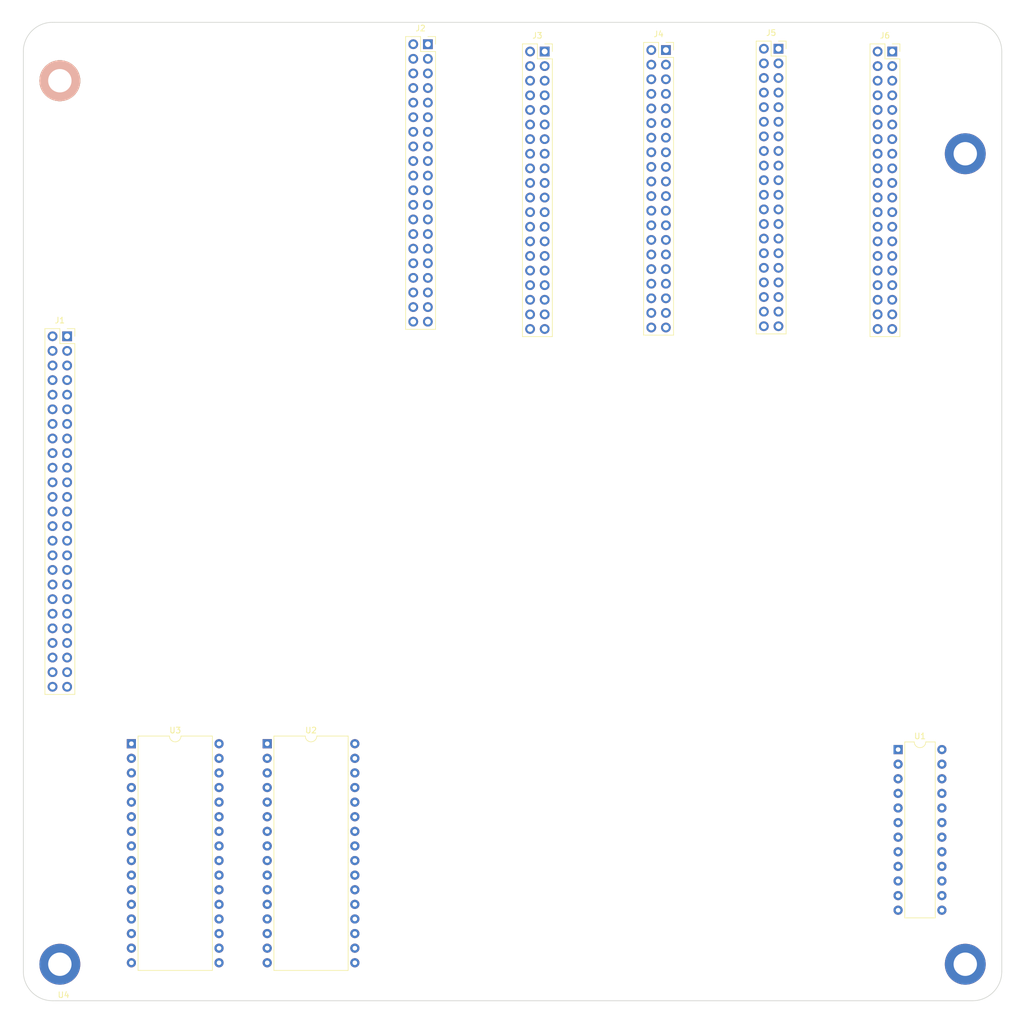
<source format=kicad_pcb>
(kicad_pcb (version 20240108) (generator "pcbnew") (generator_version "8.0")
  (layers (0 "F.Cu" signal) (31 "B.Cu" signal) (34 "B.Paste" user) (35 "F.Paste" user) (36 "B.SilkS" user "B.Silkscreen") (37 "F.SilkS" user "F.Silkscreen") (38 "B.Mask" user) (39 "F.Mask" user) (44 "Edge.Cuts" user))
  (net 0 "")
  (net 1 "/A5")
  (net 2 "/~{RAMX_EN}")
  (net 3 "/D3")
  (net 4 "/AM14")
  (net 5 "/A11")
  (net 6 "/E")
  (net 7 "/A0")
  (net 8 "/A4")
  (net 9 "GND")
  (net 10 "/A15")
  (net 11 "/AM17")
  (net 12 "/AM18")
  (net 13 "/R{slash}~{W}")
  (net 14 "/AM20")
  (net 15 "/BAVAIL")
  (net 16 "VCC")
  (net 17 "/D0")
  (net 18 "/A7")
  (net 19 "/A14")
  (net 21 "/~{EX_IRQ}")
  (net 22 "/AM15")
  (net 23 "/~{WR}")
  (net 24 "/D2")
  (net 25 "/A12")
  (net 26 "/D1")
  (net 27 "/AM19")
  (net 28 "/~{RST}")
  (net 29 "/~{EXP_EN}")
  (net 30 "/A6")
  (net 31 "/D5")
  (net 32 "/~{MAP_EN}")
  (net 33 "/A13")
  (net 34 "/AM21")
  (net 35 "/D7")
  (net 36 "/A10")
  (net 37 "/D6")
  (net 38 "/A2")
  (net 39 "/AM16")
  (net 40 "/D4")
  (net 41 "/~{RD}")
  (net 42 "/~{BREQ}")
  (net 43 "/A3")
  (net 44 "/A8")
  (net 45 "/A9")
  (net 46 "/A1")
  (footprint "kicad-lib:mITX" (layer "F.Cu") (at 26.67 191.77)
    (property "Reference" "U4" (at 7 -1 0) (layer "F.SilkS"))
    (property "Value" "~")
    (fp_line (start 0 -165.1) (end 0 -5.08) (stroke (width 0.12)) (layer "Edge.Cuts"))
    (fp_line (start 5.08 0) (end 165.1 0) (stroke (width 0.12)) (layer "Edge.Cuts"))
    (fp_line (start 165.1 -170.18) (end 5.08 -170.18) (stroke (width 0.12)) (layer "Edge.Cuts"))
    (fp_line (start 170.18 -5.08) (end 170.18 -165.1) (stroke (width 0.12)) (layer "Edge.Cuts"))
    (fp_arc (start 0 -165.1) (mid 1.487898 -168.692102) (end 5.08 -170.18) (stroke (width 0.12)) (layer "Edge.Cuts"))
    (fp_arc (start 5.08 0) (mid 1.487898 -1.487898) (end 0 -5.08) (stroke (width 0.12)) (layer "Edge.Cuts"))
    (fp_arc (start 165.1 -170.18) (mid 168.692102 -168.692102) (end 170.18 -165.1) (stroke (width 0.12)) (layer "Edge.Cuts"))
    (fp_arc (start 170.18 -5.08) (mid 168.692102 -1.487898) (end 165.1 0) (stroke (width 0.12)) (layer "Edge.Cuts"))
    (pad "" np_thru_hole circle (at 6.35 -160.02) (size 7.112 7.112) (drill 4.064) (layers "F&B.Cu" "*.SilkS" "*.Mask"))
    (pad "" np_thru_hole circle (at 6.35 -6.35) (size 7.112 7.112) (drill 4.064) (layers "F&B.Cu" "*.Mask"))
    (pad "" np_thru_hole circle (at 163.83 -147.32) (size 7.112 7.112) (drill 4.064) (layers "F&B.Cu" "*.Mask"))
    (pad "" np_thru_hole circle (at 163.83 -6.35) (size 7.112 7.112) (drill 4.064) (layers "F&B.Cu" "*.Mask"))
  )
  (footprint "Connector_PinSocket_2.54mm:PinSocket_2x20_P2.54mm_Vertical" (layer "F.Cu") (at 138.43 26.416)
    (property "Reference" "J4" (at -1.27 -2.77 0) (layer "F.SilkS"))
    (property "Value" "Conn_02x20_Odd_Even")
    (fp_line (start -3.87 -1.33) (end -3.87 49.59) (stroke (width 0.12)) (layer "F.SilkS"))
    (fp_line (start -3.87 -1.33) (end -1.27 -1.33) (stroke (width 0.12)) (layer "F.SilkS"))
    (fp_line (start -3.87 49.59) (end 1.33 49.59) (stroke (width 0.12)) (layer "F.SilkS"))
    (fp_line (start -1.27 -1.33) (end -1.27 1.27) (stroke (width 0.12)) (layer "F.SilkS"))
    (fp_line (start -1.27 1.27) (end 1.33 1.27) (stroke (width 0.12)) (layer "F.SilkS"))
    (fp_line (start 0 -1.33) (end 1.33 -1.33) (stroke (width 0.12)) (layer "F.SilkS"))
    (fp_line (start 1.33 -1.33) (end 1.33 0) (stroke (width 0.12)) (layer "F.SilkS"))
    (fp_line (start 1.33 1.27) (end 1.33 49.59) (stroke (width 0.12)) (layer "F.SilkS"))
    (pad "1" thru_hole rect (at 0 0) (size 1.7 1.7) (drill 1) (layers "*.Cu" "*.Mask"))
    (pad "2" thru_hole oval (at -2.54 0) (size 1.7 1.7) (drill 1) (layers "*.Cu" "*.Mask"))
    (pad "3" thru_hole oval (at 0 2.54) (size 1.7 1.7) (drill 1) (layers "*.Cu" "*.Mask"))
    (pad "4" thru_hole oval (at -2.54 2.54) (size 1.7 1.7) (drill 1) (layers "*.Cu" "*.Mask"))
    (pad "5" thru_hole oval (at 0 5.08) (size 1.7 1.7) (drill 1) (layers "*.Cu" "*.Mask"))
    (pad "6" thru_hole oval (at -2.54 5.08) (size 1.7 1.7) (drill 1) (layers "*.Cu" "*.Mask"))
    (pad "7" thru_hole oval (at 0 7.62) (size 1.7 1.7) (drill 1) (layers "*.Cu" "*.Mask"))
    (pad "8" thru_hole oval (at -2.54 7.62) (size 1.7 1.7) (drill 1) (layers "*.Cu" "*.Mask"))
    (pad "9" thru_hole oval (at 0 10.16) (size 1.7 1.7) (drill 1) (layers "*.Cu" "*.Mask"))
    (pad "10" thru_hole oval (at -2.54 10.16) (size 1.7 1.7) (drill 1) (layers "*.Cu" "*.Mask"))
    (pad "11" thru_hole oval (at 0 12.7) (size 1.7 1.7) (drill 1) (layers "*.Cu" "*.Mask"))
    (pad "12" thru_hole oval (at -2.54 12.7) (size 1.7 1.7) (drill 1) (layers "*.Cu" "*.Mask"))
    (pad "13" thru_hole oval (at 0 15.24) (size 1.7 1.7) (drill 1) (layers "*.Cu" "*.Mask"))
    (pad "14" thru_hole oval (at -2.54 15.24) (size 1.7 1.7) (drill 1) (layers "*.Cu" "*.Mask"))
    (pad "15" thru_hole oval (at 0 17.78) (size 1.7 1.7) (drill 1) (layers "*.Cu" "*.Mask"))
    (pad "16" thru_hole oval (at -2.54 17.78) (size 1.7 1.7) (drill 1) (layers "*.Cu" "*.Mask"))
    (pad "17" thru_hole oval (at 0 20.32) (size 1.7 1.7) (drill 1) (layers "*.Cu" "*.Mask"))
    (pad "18" thru_hole oval (at -2.54 20.32) (size 1.7 1.7) (drill 1) (layers "*.Cu" "*.Mask"))
    (pad "19" thru_hole oval (at 0 22.86) (size 1.7 1.7) (drill 1) (layers "*.Cu" "*.Mask"))
    (pad "20" thru_hole oval (at -2.54 22.86) (size 1.7 1.7) (drill 1) (layers "*.Cu" "*.Mask"))
    (pad "21" thru_hole oval (at 0 25.4) (size 1.7 1.7) (drill 1) (layers "*.Cu" "*.Mask"))
    (pad "22" thru_hole oval (at -2.54 25.4) (size 1.7 1.7) (drill 1) (layers "*.Cu" "*.Mask"))
    (pad "23" thru_hole oval (at 0 27.94) (size 1.7 1.7) (drill 1) (layers "*.Cu" "*.Mask"))
    (pad "24" thru_hole oval (at -2.54 27.94) (size 1.7 1.7) (drill 1) (layers "*.Cu" "*.Mask"))
    (pad "25" thru_hole oval (at 0 30.48) (size 1.7 1.7) (drill 1) (layers "*.Cu" "*.Mask"))
    (pad "26" thru_hole oval (at -2.54 30.48) (size 1.7 1.7) (drill 1) (layers "*.Cu" "*.Mask"))
    (pad "27" thru_hole oval (at 0 33.02) (size 1.7 1.7) (drill 1) (layers "*.Cu" "*.Mask"))
    (pad "28" thru_hole oval (at -2.54 33.02) (size 1.7 1.7) (drill 1) (layers "*.Cu" "*.Mask"))
    (pad "29" thru_hole oval (at 0 35.56) (size 1.7 1.7) (drill 1) (layers "*.Cu" "*.Mask"))
    (pad "30" thru_hole oval (at -2.54 35.56) (size 1.7 1.7) (drill 1) (layers "*.Cu" "*.Mask"))
    (pad "31" thru_hole oval (at 0 38.1) (size 1.7 1.7) (drill 1) (layers "*.Cu" "*.Mask"))
    (pad "32" thru_hole oval (at -2.54 38.1) (size 1.7 1.7) (drill 1) (layers "*.Cu" "*.Mask"))
    (pad "33" thru_hole oval (at 0 40.64) (size 1.7 1.7) (drill 1) (layers "*.Cu" "*.Mask"))
    (pad "34" thru_hole oval (at -2.54 40.64) (size 1.7 1.7) (drill 1) (layers "*.Cu" "*.Mask"))
    (pad "35" thru_hole oval (at 0 43.18) (size 1.7 1.7) (drill 1) (layers "*.Cu" "*.Mask"))
    (pad "36" thru_hole oval (at -2.54 43.18) (size 1.7 1.7) (drill 1) (layers "*.Cu" "*.Mask"))
    (pad "37" thru_hole oval (at 0 45.72) (size 1.7 1.7) (drill 1) (layers "*.Cu" "*.Mask"))
    (pad "38" thru_hole oval (at -2.54 45.72) (size 1.7 1.7) (drill 1) (layers "*.Cu" "*.Mask"))
    (pad "39" thru_hole oval (at 0 48.26) (size 1.7 1.7) (drill 1) (layers "*.Cu" "*.Mask"))
    (pad "40" thru_hole oval (at -2.54 48.26) (size 1.7 1.7) (drill 1) (layers "*.Cu" "*.Mask"))
  )
  (footprint "Package_DIP:DIP-24_W7.62mm" (layer "F.Cu") (at 178.816 148.082)
    (property "Reference" "U1" (at 3.81 -2.33 360) (layer "F.SilkS"))
    (property "Value" "~")
    (fp_line (start 1.16 -1.33) (end 1.16 29.27) (stroke (width 0.12)) (layer "F.SilkS"))
    (fp_line (start 1.16 29.27) (end 6.46 29.27) (stroke (width 0.12)) (layer "F.SilkS"))
    (fp_line (start 2.81 -1.33) (end 1.16 -1.33) (stroke (width 0.12)) (layer "F.SilkS"))
    (fp_line (start 6.46 -1.33) (end 4.81 -1.33) (stroke (width 0.12)) (layer "F.SilkS"))
    (fp_line (start 6.46 29.27) (end 6.46 -1.33) (stroke (width 0.12)) (layer "F.SilkS"))
    (fp_arc (start 4.81 -1.33) (mid 3.81 -0.33) (end 2.81 -1.33) (stroke (width 0.12)) (layer "F.SilkS"))
    (pad "1" thru_hole rect (at 0 0) (size 1.6 1.6) (drill 0.8) (layers "*.Cu" "*.Mask"))
    (pad "2" thru_hole oval (at 0 2.54) (size 1.6 1.6) (drill 0.8) (layers "*.Cu" "*.Mask"))
    (pad "3" thru_hole oval (at 0 5.08) (size 1.6 1.6) (drill 0.8) (layers "*.Cu" "*.Mask"))
    (pad "4" thru_hole oval (at 0 7.62) (size 1.6 1.6) (drill 0.8) (layers "*.Cu" "*.Mask"))
    (pad "5" thru_hole oval (at 0 10.16) (size 1.6 1.6) (drill 0.8) (layers "*.Cu" "*.Mask"))
    (pad "6" thru_hole oval (at 0 12.7) (size 1.6 1.6) (drill 0.8) (layers "*.Cu" "*.Mask"))
    (pad "7" thru_hole oval (at 0 15.24) (size 1.6 1.6) (drill 0.8) (layers "*.Cu" "*.Mask"))
    (pad "8" thru_hole oval (at 0 17.78) (size 1.6 1.6) (drill 0.8) (layers "*.Cu" "*.Mask"))
    (pad "9" thru_hole oval (at 0 20.32) (size 1.6 1.6) (drill 0.8) (layers "*.Cu" "*.Mask"))
    (pad "10" thru_hole oval (at 0 22.86) (size 1.6 1.6) (drill 0.8) (layers "*.Cu" "*.Mask"))
    (pad "11" thru_hole oval (at 0 25.4) (size 1.6 1.6) (drill 0.8) (layers "*.Cu" "*.Mask"))
    (pad "12" thru_hole oval (at 0 27.94) (size 1.6 1.6) (drill 0.8) (layers "*.Cu" "*.Mask"))
    (pad "13" thru_hole oval (at 7.62 27.94) (size 1.6 1.6) (drill 0.8) (layers "*.Cu" "*.Mask"))
    (pad "14" thru_hole oval (at 7.62 25.4) (size 1.6 1.6) (drill 0.8) (layers "*.Cu" "*.Mask"))
    (pad "15" thru_hole oval (at 7.62 22.86) (size 1.6 1.6) (drill 0.8) (layers "*.Cu" "*.Mask"))
    (pad "16" thru_hole oval (at 7.62 20.32) (size 1.6 1.6) (drill 0.8) (layers "*.Cu" "*.Mask"))
    (pad "17" thru_hole oval (at 7.62 17.78) (size 1.6 1.6) (drill 0.8) (layers "*.Cu" "*.Mask"))
    (pad "18" thru_hole oval (at 7.62 15.24) (size 1.6 1.6) (drill 0.8) (layers "*.Cu" "*.Mask"))
    (pad "19" thru_hole oval (at 7.62 12.7) (size 1.6 1.6) (drill 0.8) (layers "*.Cu" "*.Mask"))
    (pad "20" thru_hole oval (at 7.62 10.16) (size 1.6 1.6) (drill 0.8) (layers "*.Cu" "*.Mask"))
    (pad "21" thru_hole oval (at 7.62 7.62) (size 1.6 1.6) (drill 0.8) (layers "*.Cu" "*.Mask"))
    (pad "22" thru_hole oval (at 7.62 5.08) (size 1.6 1.6) (drill 0.8) (layers "*.Cu" "*.Mask"))
    (pad "23" thru_hole oval (at 7.62 2.54) (size 1.6 1.6) (drill 0.8) (layers "*.Cu" "*.Mask"))
    (pad "24" thru_hole oval (at 7.62 0) (size 1.6 1.6) (drill 0.8) (layers "*.Cu" "*.Mask"))
  )
  (footprint "Connector_PinSocket_2.54mm:PinSocket_2x20_P2.54mm_Vertical" (layer "F.Cu") (at 97.028 25.4)
    (property "Reference" "J2" (at -1.27 -2.77 0) (layer "F.SilkS"))
    (property "Value" "Conn_02x20_Odd_Even")
    (fp_line (start -3.87 -1.33) (end -3.87 49.59) (stroke (width 0.12)) (layer "F.SilkS"))
    (fp_line (start -3.87 -1.33) (end -1.27 -1.33) (stroke (width 0.12)) (layer "F.SilkS"))
    (fp_line (start -3.87 49.59) (end 1.33 49.59) (stroke (width 0.12)) (layer "F.SilkS"))
    (fp_line (start -1.27 -1.33) (end -1.27 1.27) (stroke (width 0.12)) (layer "F.SilkS"))
    (fp_line (start -1.27 1.27) (end 1.33 1.27) (stroke (width 0.12)) (layer "F.SilkS"))
    (fp_line (start 0 -1.33) (end 1.33 -1.33) (stroke (width 0.12)) (layer "F.SilkS"))
    (fp_line (start 1.33 -1.33) (end 1.33 0) (stroke (width 0.12)) (layer "F.SilkS"))
    (fp_line (start 1.33 1.27) (end 1.33 49.59) (stroke (width 0.12)) (layer "F.SilkS"))
    (pad "1" thru_hole rect (at 0 0) (size 1.7 1.7) (drill 1) (layers "*.Cu" "*.Mask"))
    (pad "2" thru_hole oval (at -2.54 0) (size 1.7 1.7) (drill 1) (layers "*.Cu" "*.Mask"))
    (pad "3" thru_hole oval (at 0 2.54) (size 1.7 1.7) (drill 1) (layers "*.Cu" "*.Mask"))
    (pad "4" thru_hole oval (at -2.54 2.54) (size 1.7 1.7) (drill 1) (layers "*.Cu" "*.Mask"))
    (pad "5" thru_hole oval (at 0 5.08) (size 1.7 1.7) (drill 1) (layers "*.Cu" "*.Mask"))
    (pad "6" thru_hole oval (at -2.54 5.08) (size 1.7 1.7) (drill 1) (layers "*.Cu" "*.Mask"))
    (pad "7" thru_hole oval (at 0 7.62) (size 1.7 1.7) (drill 1) (layers "*.Cu" "*.Mask"))
    (pad "8" thru_hole oval (at -2.54 7.62) (size 1.7 1.7) (drill 1) (layers "*.Cu" "*.Mask"))
    (pad "9" thru_hole oval (at 0 10.16) (size 1.7 1.7) (drill 1) (layers "*.Cu" "*.Mask"))
    (pad "10" thru_hole oval (at -2.54 10.16) (size 1.7 1.7) (drill 1) (layers "*.Cu" "*.Mask"))
    (pad "11" thru_hole oval (at 0 12.7) (size 1.7 1.7) (drill 1) (layers "*.Cu" "*.Mask"))
    (pad "12" thru_hole oval (at -2.54 12.7) (size 1.7 1.7) (drill 1) (layers "*.Cu" "*.Mask"))
    (pad "13" thru_hole oval (at 0 15.24) (size 1.7 1.7) (drill 1) (layers "*.Cu" "*.Mask"))
    (pad "14" thru_hole oval (at -2.54 15.24) (size 1.7 1.7) (drill 1) (layers "*.Cu" "*.Mask"))
    (pad "15" thru_hole oval (at 0 17.78) (size 1.7 1.7) (drill 1) (layers "*.Cu" "*.Mask"))
    (pad "16" thru_hole oval (at -2.54 17.78) (size 1.7 1.7) (drill 1) (layers "*.Cu" "*.Mask"))
    (pad "17" thru_hole oval (at 0 20.32) (size 1.7 1.7) (drill 1) (layers "*.Cu" "*.Mask"))
    (pad "18" thru_hole oval (at -2.54 20.32) (size 1.7 1.7) (drill 1) (layers "*.Cu" "*.Mask"))
    (pad "19" thru_hole oval (at 0 22.86) (size 1.7 1.7) (drill 1) (layers "*.Cu" "*.Mask"))
    (pad "20" thru_hole oval (at -2.54 22.86) (size 1.7 1.7) (drill 1) (layers "*.Cu" "*.Mask"))
    (pad "21" thru_hole oval (at 0 25.4) (size 1.7 1.7) (drill 1) (layers "*.Cu" "*.Mask"))
    (pad "22" thru_hole oval (at -2.54 25.4) (size 1.7 1.7) (drill 1) (layers "*.Cu" "*.Mask"))
    (pad "23" thru_hole oval (at 0 27.94) (size 1.7 1.7) (drill 1) (layers "*.Cu" "*.Mask"))
    (pad "24" thru_hole oval (at -2.54 27.94) (size 1.7 1.7) (drill 1) (layers "*.Cu" "*.Mask"))
    (pad "25" thru_hole oval (at 0 30.48) (size 1.7 1.7) (drill 1) (layers "*.Cu" "*.Mask"))
    (pad "26" thru_hole oval (at -2.54 30.48) (size 1.7 1.7) (drill 1) (layers "*.Cu" "*.Mask"))
    (pad "27" thru_hole oval (at 0 33.02) (size 1.7 1.7) (drill 1) (layers "*.Cu" "*.Mask"))
    (pad "28" thru_hole oval (at -2.54 33.02) (size 1.7 1.7) (drill 1) (layers "*.Cu" "*.Mask"))
    (pad "29" thru_hole oval (at 0 35.56) (size 1.7 1.7) (drill 1) (layers "*.Cu" "*.Mask"))
    (pad "30" thru_hole oval (at -2.54 35.56) (size 1.7 1.7) (drill 1) (layers "*.Cu" "*.Mask"))
    (pad "31" thru_hole oval (at 0 38.1) (size 1.7 1.7) (drill 1) (layers "*.Cu" "*.Mask"))
    (pad "32" thru_hole oval (at -2.54 38.1) (size 1.7 1.7) (drill 1) (layers "*.Cu" "*.Mask"))
    (pad "33" thru_hole oval (at 0 40.64) (size 1.7 1.7) (drill 1) (layers "*.Cu" "*.Mask"))
    (pad "34" thru_hole oval (at -2.54 40.64) (size 1.7 1.7) (drill 1) (layers "*.Cu" "*.Mask"))
    (pad "35" thru_hole oval (at 0 43.18) (size 1.7 1.7) (drill 1) (layers "*.Cu" "*.Mask"))
    (pad "36" thru_hole oval (at -2.54 43.18) (size 1.7 1.7) (drill 1) (layers "*.Cu" "*.Mask"))
    (pad "37" thru_hole oval (at 0 45.72) (size 1.7 1.7) (drill 1) (layers "*.Cu" "*.Mask"))
    (pad "38" thru_hole oval (at -2.54 45.72) (size 1.7 1.7) (drill 1) (layers "*.Cu" "*.Mask"))
    (pad "39" thru_hole oval (at 0 48.26) (size 1.7 1.7) (drill 1) (layers "*.Cu" "*.Mask"))
    (pad "40" thru_hole oval (at -2.54 48.26) (size 1.7 1.7) (drill 1) (layers "*.Cu" "*.Mask"))
  )
  (footprint "Package_DIP:DIP-32_W15.24mm" (layer "F.Cu") (at 45.466 147.066)
    (property "Reference" "U3" (at 7.62 -2.33 360) (layer "F.SilkS"))
    (property "Value" "AS6C4008-55PCN")
    (fp_line (start 1.16 -1.33) (end 1.16 39.43) (stroke (width 0.12)) (layer "F.SilkS"))
    (fp_line (start 1.16 39.43) (end 14.08 39.43) (stroke (width 0.12)) (layer "F.SilkS"))
    (fp_line (start 6.62 -1.33) (end 1.16 -1.33) (stroke (width 0.12)) (layer "F.SilkS"))
    (fp_line (start 14.08 -1.33) (end 8.62 -1.33) (stroke (width 0.12)) (layer "F.SilkS"))
    (fp_line (start 14.08 39.43) (end 14.08 -1.33) (stroke (width 0.12)) (layer "F.SilkS"))
    (fp_arc (start 8.62 -1.33) (mid 7.62 -0.33) (end 6.62 -1.33) (stroke (width 0.12)) (layer "F.SilkS"))
    (pad "1" thru_hole rect (at 0 0) (size 1.6 1.6) (drill 0.8) (layers "*.Cu" "*.Mask"))
    (pad "2" thru_hole oval (at 0 2.54) (size 1.6 1.6) (drill 0.8) (layers "*.Cu" "*.Mask"))
    (pad "3" thru_hole oval (at 0 5.08) (size 1.6 1.6) (drill 0.8) (layers "*.Cu" "*.Mask"))
    (pad "4" thru_hole oval (at 0 7.62) (size 1.6 1.6) (drill 0.8) (layers "*.Cu" "*.Mask"))
    (pad "5" thru_hole oval (at 0 10.16) (size 1.6 1.6) (drill 0.8) (layers "*.Cu" "*.Mask"))
    (pad "6" thru_hole oval (at 0 12.7) (size 1.6 1.6) (drill 0.8) (layers "*.Cu" "*.Mask"))
    (pad "7" thru_hole oval (at 0 15.24) (size 1.6 1.6) (drill 0.8) (layers "*.Cu" "*.Mask"))
    (pad "8" thru_hole oval (at 0 17.78) (size 1.6 1.6) (drill 0.8) (layers "*.Cu" "*.Mask"))
    (pad "9" thru_hole oval (at 0 20.32) (size 1.6 1.6) (drill 0.8) (layers "*.Cu" "*.Mask"))
    (pad "10" thru_hole oval (at 0 22.86) (size 1.6 1.6) (drill 0.8) (layers "*.Cu" "*.Mask"))
    (pad "11" thru_hole oval (at 0 25.4) (size 1.6 1.6) (drill 0.8) (layers "*.Cu" "*.Mask"))
    (pad "12" thru_hole oval (at 0 27.94) (size 1.6 1.6) (drill 0.8) (layers "*.Cu" "*.Mask"))
    (pad "13" thru_hole oval (at 0 30.48) (size 1.6 1.6) (drill 0.8) (layers "*.Cu" "*.Mask"))
    (pad "14" thru_hole oval (at 0 33.02) (size 1.6 1.6) (drill 0.8) (layers "*.Cu" "*.Mask"))
    (pad "15" thru_hole oval (at 0 35.56) (size 1.6 1.6) (drill 0.8) (layers "*.Cu" "*.Mask"))
    (pad "16" thru_hole oval (at 0 38.1) (size 1.6 1.6) (drill 0.8) (layers "*.Cu" "*.Mask"))
    (pad "17" thru_hole oval (at 15.24 38.1) (size 1.6 1.6) (drill 0.8) (layers "*.Cu" "*.Mask"))
    (pad "18" thru_hole oval (at 15.24 35.56) (size 1.6 1.6) (drill 0.8) (layers "*.Cu" "*.Mask"))
    (pad "19" thru_hole oval (at 15.24 33.02) (size 1.6 1.6) (drill 0.8) (layers "*.Cu" "*.Mask"))
    (pad "20" thru_hole oval (at 15.24 30.48) (size 1.6 1.6) (drill 0.8) (layers "*.Cu" "*.Mask"))
    (pad "21" thru_hole oval (at 15.24 27.94) (size 1.6 1.6) (drill 0.8) (layers "*.Cu" "*.Mask"))
    (pad "22" thru_hole oval (at 15.24 25.4) (size 1.6 1.6) (drill 0.8) (layers "*.Cu" "*.Mask"))
    (pad "23" thru_hole oval (at 15.24 22.86) (size 1.6 1.6) (drill 0.8) (layers "*.Cu" "*.Mask"))
    (pad "24" thru_hole oval (at 15.24 20.32) (size 1.6 1.6) (drill 0.8) (layers "*.Cu" "*.Mask"))
    (pad "25" thru_hole oval (at 15.24 17.78) (size 1.6 1.6) (drill 0.8) (layers "*.Cu" "*.Mask"))
    (pad "26" thru_hole oval (at 15.24 15.24) (size 1.6 1.6) (drill 0.8) (layers "*.Cu" "*.Mask"))
    (pad "27" thru_hole oval (at 15.24 12.7) (size 1.6 1.6) (drill 0.8) (layers "*.Cu" "*.Mask"))
    (pad "28" thru_hole oval (at 15.24 10.16) (size 1.6 1.6) (drill 0.8) (layers "*.Cu" "*.Mask"))
    (pad "29" thru_hole oval (at 15.24 7.62) (size 1.6 1.6) (drill 0.8) (layers "*.Cu" "*.Mask"))
    (pad "30" thru_hole oval (at 15.24 5.08) (size 1.6 1.6) (drill 0.8) (layers "*.Cu" "*.Mask"))
    (pad "31" thru_hole oval (at 15.24 2.54) (size 1.6 1.6) (drill 0.8) (layers "*.Cu" "*.Mask"))
    (pad "32" thru_hole oval (at 15.24 0) (size 1.6 1.6) (drill 0.8) (layers "*.Cu" "*.Mask"))
  )
  (footprint "Connector_PinSocket_2.54mm:PinSocket_2x25_P2.54mm_Vertical" (layer "F.Cu") (at 34.29 76.2)
    (property "Reference" "J1" (at -1.27 -2.77 0) (layer "F.SilkS"))
    (property "Value" "ExpansionPort")
    (fp_line (start -3.87 -1.33) (end -3.87 62.29) (stroke (width 0.12)) (layer "F.SilkS"))
    (fp_line (start -3.87 -1.33) (end -1.27 -1.33) (stroke (width 0.12)) (layer "F.SilkS"))
    (fp_line (start -3.87 62.29) (end 1.33 62.29) (stroke (width 0.12)) (layer "F.SilkS"))
    (fp_line (start -1.27 -1.33) (end -1.27 1.27) (stroke (width 0.12)) (layer "F.SilkS"))
    (fp_line (start -1.27 1.27) (end 1.33 1.27) (stroke (width 0.12)) (layer "F.SilkS"))
    (fp_line (start 0 -1.33) (end 1.33 -1.33) (stroke (width 0.12)) (layer "F.SilkS"))
    (fp_line (start 1.33 -1.33) (end 1.33 0) (stroke (width 0.12)) (layer "F.SilkS"))
    (fp_line (start 1.33 1.27) (end 1.33 62.29) (stroke (width 0.12)) (layer "F.SilkS"))
    (pad "1" thru_hole rect (at 0 0) (size 1.7 1.7) (drill 1) (layers "*.Cu" "*.Mask") (net 16 "VCC"))
    (pad "2" thru_hole oval (at -2.54 0) (size 1.7 1.7) (drill 1) (layers "*.Cu" "*.Mask") (net 28 "/~{RST}"))
    (pad "3" thru_hole oval (at 0 2.54) (size 1.7 1.7) (drill 1) (layers "*.Cu" "*.Mask") (net 42 "/~{BREQ}"))
    (pad "4" thru_hole oval (at -2.54 2.54) (size 1.7 1.7) (drill 1) (layers "*.Cu" "*.Mask") (net 21 "/~{EX_IRQ}"))
    (pad "5" thru_hole oval (at 0 5.08) (size 1.7 1.7) (drill 1) (layers "*.Cu" "*.Mask") (net 6 "/E"))
    (pad "6" thru_hole oval (at -2.54 5.08) (size 1.7 1.7) (drill 1) (layers "*.Cu" "*.Mask") (net 13 "/R{slash}~{W}"))
    (pad "7" thru_hole oval (at 0 7.62) (size 1.7 1.7) (drill 1) (layers "*.Cu" "*.Mask") (net 15 "/BAVAIL"))
    (pad "8" thru_hole oval (at -2.54 7.62) (size 1.7 1.7) (drill 1) (layers "*.Cu" "*.Mask") (net 14 "/AM20"))
    (pad "9" thru_hole oval (at 0 10.16) (size 1.7 1.7) (drill 1) (layers "*.Cu" "*.Mask") (net 27 "/AM19"))
    (pad "10" thru_hole oval (at -2.54 10.16) (size 1.7 1.7) (drill 1) (layers "*.Cu" "*.Mask") (net 12 "/AM18"))
    (pad "11" thru_hole oval (at 0 12.7) (size 1.7 1.7) (drill 1) (layers "*.Cu" "*.Mask") (net 22 "/AM15"))
    (pad "12" thru_hole oval (at -2.54 12.7) (size 1.7 1.7) (drill 1) (layers "*.Cu" "*.Mask") (net 39 "/AM16"))
    (pad "13" thru_hole oval (at 0 15.24) (size 1.7 1.7) (drill 1) (layers "*.Cu" "*.Mask") (net 11 "/AM17"))
    (pad "14" thru_hole oval (at -2.54 15.24) (size 1.7 1.7) (drill 1) (layers "*.Cu" "*.Mask") (net 4 "/AM14"))
    (pad "15" thru_hole oval (at 0 17.78) (size 1.7 1.7) (drill 1) (layers "*.Cu" "*.Mask") (net 23 "/~{WR}"))
    (pad "16" thru_hole oval (at -2.54 17.78) (size 1.7 1.7) (drill 1) (layers "*.Cu" "*.Mask") (net 25 "/A12"))
    (pad "17" thru_hole oval (at 0 20.32) (size 1.7 1.7) (drill 1) (layers "*.Cu" "*.Mask") (net 33 "/A13"))
    (pad "18" thru_hole oval (at -2.54 20.32) (size 1.7 1.7) (drill 1) (layers "*.Cu" "*.Mask") (net 18 "/A7"))
    (pad "19" thru_hole oval (at 0 22.86) (size 1.7 1.7) (drill 1) (layers "*.Cu" "*.Mask") (net 44 "/A8"))
    (pad "20" thru_hole oval (at -2.54 22.86) (size 1.7 1.7) (drill 1) (layers "*.Cu" "*.Mask") (net 30 "/A6"))
    (pad "21" thru_hole oval (at 0 25.4) (size 1.7 1.7) (drill 1) (layers "*.Cu" "*.Mask") (net 45 "/A9"))
    (pad "22" thru_hole oval (at -2.54 25.4) (size 1.7 1.7) (drill 1) (layers "*.Cu" "*.Mask") (net 1 "/A5"))
    (pad "23" thru_hole oval (at 0 27.94) (size 1.7 1.7) (drill 1) (layers "*.Cu" "*.Mask") (net 5 "/A11"))
    (pad "24" thru_hole oval (at -2.54 27.94) (size 1.7 1.7) (drill 1) (layers "*.Cu" "*.Mask") (net 8 "/A4"))
    (pad "25" thru_hole oval (at 0 30.48) (size 1.7 1.7) (drill 1) (layers "*.Cu" "*.Mask") (net 41 "/~{RD}"))
    (pad "26" thru_hole oval (at -2.54 30.48) (size 1.7 1.7) (drill 1) (layers "*.Cu" "*.Mask") (net 43 "/A3"))
    (pad "27" thru_hole oval (at 0 33.02) (size 1.7 1.7) (drill 1) (layers "*.Cu" "*.Mask") (net 36 "/A10"))
    (pad "28" thru_hole oval (at -2.54 33.02) (size 1.7 1.7) (drill 1) (layers "*.Cu" "*.Mask") (net 38 "/A2"))
    (pad "29" thru_hole oval (at 0 35.56) (size 1.7 1.7) (drill 1) (layers "*.Cu" "*.Mask") (net 2 "/~{RAMX_EN}"))
    (pad "30" thru_hole oval (at -2.54 35.56) (size 1.7 1.7) (drill 1) (layers "*.Cu" "*.Mask") (net 46 "/A1"))
    (pad "31" thru_hole oval (at 0 38.1) (size 1.7 1.7) (drill 1) (layers "*.Cu" "*.Mask") (net 35 "/D7"))
    (pad "32" thru_hole oval (at -2.54 38.1) (size 1.7 1.7) (drill 1) (layers "*.Cu" "*.Mask") (net 7 "/A0"))
    (pad "33" thru_hole oval (at 0 40.64) (size 1.7 1.7) (drill 1) (layers "*.Cu" "*.Mask") (net 37 "/D6"))
    (pad "34" thru_hole oval (at -2.54 40.64) (size 1.7 1.7) (drill 1) (layers "*.Cu" "*.Mask") (net 17 "/D0"))
    (pad "35" thru_hole oval (at 0 43.18) (size 1.7 1.7) (drill 1) (layers "*.Cu" "*.Mask") (net 31 "/D5"))
    (pad "36" thru_hole oval (at -2.54 43.18) (size 1.7 1.7) (drill 1) (layers "*.Cu" "*.Mask") (net 26 "/D1"))
    (pad "37" thru_hole oval (at 0 45.72) (size 1.7 1.7) (drill 1) (layers "*.Cu" "*.Mask") (net 40 "/D4"))
    (pad "38" thru_hole oval (at -2.54 45.72) (size 1.7 1.7) (drill 1) (layers "*.Cu" "*.Mask") (net 24 "/D2"))
    (pad "39" thru_hole oval (at 0 48.26) (size 1.7 1.7) (drill 1) (layers "*.Cu" "*.Mask") (net 3 "/D3"))
    (pad "40" thru_hole oval (at -2.54 48.26) (size 1.7 1.7) (drill 1) (layers "*.Cu" "*.Mask") (net 9 "GND"))
    (pad "41" thru_hole oval (at 0 50.8) (size 1.7 1.7) (drill 1) (layers "*.Cu" "*.Mask") (net 32 "/~{MAP_EN}"))
    (pad "42" thru_hole oval (at -2.54 50.8) (size 1.7 1.7) (drill 1) (layers "*.Cu" "*.Mask") (net 19 "/A14"))
    (pad "43" thru_hole oval (at 0 53.34) (size 1.7 1.7) (drill 1) (layers "*.Cu" "*.Mask") (net 29 "/~{EXP_EN}"))
    (pad "44" thru_hole oval (at -2.54 53.34) (size 1.7 1.7) (drill 1) (layers "*.Cu" "*.Mask") (net 10 "/A15"))
    (pad "45" thru_hole oval (at 0 55.88) (size 1.7 1.7) (drill 1) (layers "*.Cu" "*.Mask"))
    (pad "46" thru_hole oval (at -2.54 55.88) (size 1.7 1.7) (drill 1) (layers "*.Cu" "*.Mask") (net 34 "/AM21"))
    (pad "47" thru_hole oval (at 0 58.42) (size 1.7 1.7) (drill 1) (layers "*.Cu" "*.Mask") (net 16 "VCC"))
    (pad "48" thru_hole oval (at -2.54 58.42) (size 1.7 1.7) (drill 1) (layers "*.Cu" "*.Mask") (net 9 "GND"))
    (pad "49" thru_hole oval (at 0 60.96) (size 1.7 1.7) (drill 1) (layers "*.Cu" "*.Mask") (net 16 "VCC"))
    (pad "50" thru_hole oval (at -2.54 60.96) (size 1.7 1.7) (drill 1) (layers "*.Cu" "*.Mask") (net 9 "GND"))
  )
  (footprint "Connector_PinSocket_2.54mm:PinSocket_2x20_P2.54mm_Vertical" (layer "F.Cu") (at 177.8 26.67)
    (property "Reference" "J6" (at -1.27 -2.77 0) (layer "F.SilkS"))
    (property "Value" "Conn_02x20_Odd_Even")
    (fp_line (start -3.87 -1.33) (end -3.87 49.59) (stroke (width 0.12)) (layer "F.SilkS"))
    (fp_line (start -3.87 -1.33) (end -1.27 -1.33) (stroke (width 0.12)) (layer "F.SilkS"))
    (fp_line (start -3.87 49.59) (end 1.33 49.59) (stroke (width 0.12)) (layer "F.SilkS"))
    (fp_line (start -1.27 -1.33) (end -1.27 1.27) (stroke (width 0.12)) (layer "F.SilkS"))
    (fp_line (start -1.27 1.27) (end 1.33 1.27) (stroke (width 0.12)) (layer "F.SilkS"))
    (fp_line (start 0 -1.33) (end 1.33 -1.33) (stroke (width 0.12)) (layer "F.SilkS"))
    (fp_line (start 1.33 -1.33) (end 1.33 0) (stroke (width 0.12)) (layer "F.SilkS"))
    (fp_line (start 1.33 1.27) (end 1.33 49.59) (stroke (width 0.12)) (layer "F.SilkS"))
    (pad "1" thru_hole rect (at 0 0) (size 1.7 1.7) (drill 1) (layers "*.Cu" "*.Mask"))
    (pad "2" thru_hole oval (at -2.54 0) (size 1.7 1.7) (drill 1) (layers "*.Cu" "*.Mask"))
    (pad "3" thru_hole oval (at 0 2.54) (size 1.7 1.7) (drill 1) (layers "*.Cu" "*.Mask"))
    (pad "4" thru_hole oval (at -2.54 2.54) (size 1.7 1.7) (drill 1) (layers "*.Cu" "*.Mask"))
    (pad "5" thru_hole oval (at 0 5.08) (size 1.7 1.7) (drill 1) (layers "*.Cu" "*.Mask"))
    (pad "6" thru_hole oval (at -2.54 5.08) (size 1.7 1.7) (drill 1) (layers "*.Cu" "*.Mask"))
    (pad "7" thru_hole oval (at 0 7.62) (size 1.7 1.7) (drill 1) (layers "*.Cu" "*.Mask"))
    (pad "8" thru_hole oval (at -2.54 7.62) (size 1.7 1.7) (drill 1) (layers "*.Cu" "*.Mask"))
    (pad "9" thru_hole oval (at 0 10.16) (size 1.7 1.7) (drill 1) (layers "*.Cu" "*.Mask"))
    (pad "10" thru_hole oval (at -2.54 10.16) (size 1.7 1.7) (drill 1) (layers "*.Cu" "*.Mask"))
    (pad "11" thru_hole oval (at 0 12.7) (size 1.7 1.7) (drill 1) (layers "*.Cu" "*.Mask"))
    (pad "12" thru_hole oval (at -2.54 12.7) (size 1.7 1.7) (drill 1) (layers "*.Cu" "*.Mask"))
    (pad "13" thru_hole oval (at 0 15.24) (size 1.7 1.7) (drill 1) (layers "*.Cu" "*.Mask"))
    (pad "14" thru_hole oval (at -2.54 15.24) (size 1.7 1.7) (drill 1) (layers "*.Cu" "*.Mask"))
    (pad "15" thru_hole oval (at 0 17.78) (size 1.7 1.7) (drill 1) (layers "*.Cu" "*.Mask"))
    (pad "16" thru_hole oval (at -2.54 17.78) (size 1.7 1.7) (drill 1) (layers "*.Cu" "*.Mask"))
    (pad "17" thru_hole oval (at 0 20.32) (size 1.7 1.7) (drill 1) (layers "*.Cu" "*.Mask"))
    (pad "18" thru_hole oval (at -2.54 20.32) (size 1.7 1.7) (drill 1) (layers "*.Cu" "*.Mask"))
    (pad "19" thru_hole oval (at 0 22.86) (size 1.7 1.7) (drill 1) (layers "*.Cu" "*.Mask"))
    (pad "20" thru_hole oval (at -2.54 22.86) (size 1.7 1.7) (drill 1) (layers "*.Cu" "*.Mask"))
    (pad "21" thru_hole oval (at 0 25.4) (size 1.7 1.7) (drill 1) (layers "*.Cu" "*.Mask"))
    (pad "22" thru_hole oval (at -2.54 25.4) (size 1.7 1.7) (drill 1) (layers "*.Cu" "*.Mask"))
    (pad "23" thru_hole oval (at 0 27.94) (size 1.7 1.7) (drill 1) (layers "*.Cu" "*.Mask"))
    (pad "24" thru_hole oval (at -2.54 27.94) (size 1.7 1.7) (drill 1) (layers "*.Cu" "*.Mask"))
    (pad "25" thru_hole oval (at 0 30.48) (size 1.7 1.7) (drill 1) (layers "*.Cu" "*.Mask"))
    (pad "26" thru_hole oval (at -2.54 30.48) (size 1.7 1.7) (drill 1) (layers "*.Cu" "*.Mask"))
    (pad "27" thru_hole oval (at 0 33.02) (size 1.7 1.7) (drill 1) (layers "*.Cu" "*.Mask"))
    (pad "28" thru_hole oval (at -2.54 33.02) (size 1.7 1.7) (drill 1) (layers "*.Cu" "*.Mask"))
    (pad "29" thru_hole oval (at 0 35.56) (size 1.7 1.7) (drill 1) (layers "*.Cu" "*.Mask"))
    (pad "30" thru_hole oval (at -2.54 35.56) (size 1.7 1.7) (drill 1) (layers "*.Cu" "*.Mask"))
    (pad "31" thru_hole oval (at 0 38.1) (size 1.7 1.7) (drill 1) (layers "*.Cu" "*.Mask"))
    (pad "32" thru_hole oval (at -2.54 38.1) (size 1.7 1.7) (drill 1) (layers "*.Cu" "*.Mask"))
    (pad "33" thru_hole oval (at 0 40.64) (size 1.7 1.7) (drill 1) (layers "*.Cu" "*.Mask"))
    (pad "34" thru_hole oval (at -2.54 40.64) (size 1.7 1.7) (drill 1) (layers "*.Cu" "*.Mask"))
    (pad "35" thru_hole oval (at 0 43.18) (size 1.7 1.7) (drill 1) (layers "*.Cu" "*.Mask"))
    (pad "36" thru_hole oval (at -2.54 43.18) (size 1.7 1.7) (drill 1) (layers "*.Cu" "*.Mask"))
    (pad "37" thru_hole oval (at 0 45.72) (size 1.7 1.7) (drill 1) (layers "*.Cu" "*.Mask"))
    (pad "38" thru_hole oval (at -2.54 45.72) (size 1.7 1.7) (drill 1) (layers "*.Cu" "*.Mask"))
    (pad "39" thru_hole oval (at 0 48.26) (size 1.7 1.7) (drill 1) (layers "*.Cu" "*.Mask"))
    (pad "40" thru_hole oval (at -2.54 48.26) (size 1.7 1.7) (drill 1) (layers "*.Cu" "*.Mask"))
  )
  (footprint "Package_DIP:DIP-32_W15.24mm" (layer "F.Cu") (at 69.088 147.066)
    (property "Reference" "U2" (at 7.62 -2.33 360) (layer "F.SilkS"))
    (property "Value" "AS6C4008-55PCN")
    (fp_line (start 1.16 -1.33) (end 1.16 39.43) (stroke (width 0.12)) (layer "F.SilkS"))
    (fp_line (start 1.16 39.43) (end 14.08 39.43) (stroke (width 0.12)) (layer "F.SilkS"))
    (fp_line (start 6.62 -1.33) (end 1.16 -1.33) (stroke (width 0.12)) (layer "F.SilkS"))
    (fp_line (start 14.08 -1.33) (end 8.62 -1.33) (stroke (width 0.12)) (layer "F.SilkS"))
    (fp_line (start 14.08 39.43) (end 14.08 -1.33) (stroke (width 0.12)) (layer "F.SilkS"))
    (fp_arc (start 8.62 -1.33) (mid 7.62 -0.33) (end 6.62 -1.33) (stroke (width 0.12)) (layer "F.SilkS"))
    (pad "1" thru_hole rect (at 0 0) (size 1.6 1.6) (drill 0.8) (layers "*.Cu" "*.Mask"))
    (pad "2" thru_hole oval (at 0 2.54) (size 1.6 1.6) (drill 0.8) (layers "*.Cu" "*.Mask"))
    (pad "3" thru_hole oval (at 0 5.08) (size 1.6 1.6) (drill 0.8) (layers "*.Cu" "*.Mask"))
    (pad "4" thru_hole oval (at 0 7.62) (size 1.6 1.6) (drill 0.8) (layers "*.Cu" "*.Mask"))
    (pad "5" thru_hole oval (at 0 10.16) (size 1.6 1.6) (drill 0.8) (layers "*.Cu" "*.Mask"))
    (pad "6" thru_hole oval (at 0 12.7) (size 1.6 1.6) (drill 0.8) (layers "*.Cu" "*.Mask"))
    (pad "7" thru_hole oval (at 0 15.24) (size 1.6 1.6) (drill 0.8) (layers "*.Cu" "*.Mask"))
    (pad "8" thru_hole oval (at 0 17.78) (size 1.6 1.6) (drill 0.8) (layers "*.Cu" "*.Mask"))
    (pad "9" thru_hole oval (at 0 20.32) (size 1.6 1.6) (drill 0.8) (layers "*.Cu" "*.Mask"))
    (pad "10" thru_hole oval (at 0 22.86) (size 1.6 1.6) (drill 0.8) (layers "*.Cu" "*.Mask"))
    (pad "11" thru_hole oval (at 0 25.4) (size 1.6 1.6) (drill 0.8) (layers "*.Cu" "*.Mask"))
    (pad "12" thru_hole oval (at 0 27.94) (size 1.6 1.6) (drill 0.8) (layers "*.Cu" "*.Mask"))
    (pad "13" thru_hole oval (at 0 30.48) (size 1.6 1.6) (drill 0.8) (layers "*.Cu" "*.Mask"))
    (pad "14" thru_hole oval (at 0 33.02) (size 1.6 1.6) (drill 0.8) (layers "*.Cu" "*.Mask"))
    (pad "15" thru_hole oval (at 0 35.56) (size 1.6 1.6) (drill 0.8) (layers "*.Cu" "*.Mask"))
    (pad "16" thru_hole oval (at 0 38.1) (size 1.6 1.6) (drill 0.8) (layers "*.Cu" "*.Mask"))
    (pad "17" thru_hole oval (at 15.24 38.1) (size 1.6 1.6) (drill 0.8) (layers "*.Cu" "*.Mask"))
    (pad "18" thru_hole oval (at 15.24 35.56) (size 1.6 1.6) (drill 0.8) (layers "*.Cu" "*.Mask"))
    (pad "19" thru_hole oval (at 15.24 33.02) (size 1.6 1.6) (drill 0.8) (layers "*.Cu" "*.Mask"))
    (pad "20" thru_hole oval (at 15.24 30.48) (size 1.6 1.6) (drill 0.8) (layers "*.Cu" "*.Mask"))
    (pad "21" thru_hole oval (at 15.24 27.94) (size 1.6 1.6) (drill 0.8) (layers "*.Cu" "*.Mask"))
    (pad "22" thru_hole oval (at 15.24 25.4) (size 1.6 1.6) (drill 0.8) (layers "*.Cu" "*.Mask"))
    (pad "23" thru_hole oval (at 15.24 22.86) (size 1.6 1.6) (drill 0.8) (layers "*.Cu" "*.Mask"))
    (pad "24" thru_hole oval (at 15.24 20.32) (size 1.6 1.6) (drill 0.8) (layers "*.Cu" "*.Mask"))
    (pad "25" thru_hole oval (at 15.24 17.78) (size 1.6 1.6) (drill 0.8) (layers "*.Cu" "*.Mask"))
    (pad "26" thru_hole oval (at 15.24 15.24) (size 1.6 1.6) (drill 0.8) (layers "*.Cu" "*.Mask"))
    (pad "27" thru_hole oval (at 15.24 12.7) (size 1.6 1.6) (drill 0.8) (layers "*.Cu" "*.Mask"))
    (pad "28" thru_hole oval (at 15.24 10.16) (size 1.6 1.6) (drill 0.8) (layers "*.Cu" "*.Mask"))
    (pad "29" thru_hole oval (at 15.24 7.62) (size 1.6 1.6) (drill 0.8) (layers "*.Cu" "*.Mask"))
    (pad "30" thru_hole oval (at 15.24 5.08) (size 1.6 1.6) (drill 0.8) (layers "*.Cu" "*.Mask"))
    (pad "31" thru_hole oval (at 15.24 2.54) (size 1.6 1.6) (drill 0.8) (layers "*.Cu" "*.Mask"))
    (pad "32" thru_hole oval (at 15.24 0) (size 1.6 1.6) (drill 0.8) (layers "*.Cu" "*.Mask"))
  )
  (footprint "Connector_PinSocket_2.54mm:PinSocket_2x20_P2.54mm_Vertical" (layer "F.Cu") (at 117.348 26.67)
    (property "Reference" "J3" (at -1.27 -2.77 0) (layer "F.SilkS"))
    (property "Value" "Conn_02x20_Odd_Even")
    (fp_line (start -3.87 -1.33) (end -3.87 49.59) (stroke (width 0.12)) (layer "F.SilkS"))
    (fp_line (start -3.87 -1.33) (end -1.27 -1.33) (stroke (width 0.12)) (layer "F.SilkS"))
    (fp_line (start -3.87 49.59) (end 1.33 49.59) (stroke (width 0.12)) (layer "F.SilkS"))
    (fp_line (start -1.27 -1.33) (end -1.27 1.27) (stroke (width 0.12)) (layer "F.SilkS"))
    (fp_line (start -1.27 1.27) (end 1.33 1.27) (stroke (width 0.12)) (layer "F.SilkS"))
    (fp_line (start 0 -1.33) (end 1.33 -1.33) (stroke (width 0.12)) (layer "F.SilkS"))
    (fp_line (start 1.33 -1.33) (end 1.33 0) (stroke (width 0.12)) (layer "F.SilkS"))
    (fp_line (start 1.33 1.27) (end 1.33 49.59) (stroke (width 0.12)) (layer "F.SilkS"))
    (pad "1" thru_hole rect (at 0 0) (size 1.7 1.7) (drill 1) (layers "*.Cu" "*.Mask"))
    (pad "2" thru_hole oval (at -2.54 0) (size 1.7 1.7) (drill 1) (layers "*.Cu" "*.Mask"))
    (pad "3" thru_hole oval (at 0 2.54) (size 1.7 1.7) (drill 1) (layers "*.Cu" "*.Mask"))
    (pad "4" thru_hole oval (at -2.54 2.54) (size 1.7 1.7) (drill 1) (layers "*.Cu" "*.Mask"))
    (pad "5" thru_hole oval (at 0 5.08) (size 1.7 1.7) (drill 1) (layers "*.Cu" "*.Mask"))
    (pad "6" thru_hole oval (at -2.54 5.08) (size 1.7 1.7) (drill 1) (layers "*.Cu" "*.Mask"))
    (pad "7" thru_hole oval (at 0 7.62) (size 1.7 1.7) (drill 1) (layers "*.Cu" "*.Mask"))
    (pad "8" thru_hole oval (at -2.54 7.62) (size 1.7 1.7) (drill 1) (layers "*.Cu" "*.Mask"))
    (pad "9" thru_hole oval (at 0 10.16) (size 1.7 1.7) (drill 1) (layers "*.Cu" "*.Mask"))
    (pad "10" thru_hole oval (at -2.54 10.16) (size 1.7 1.7) (drill 1) (layers "*.Cu" "*.Mask"))
    (pad "11" thru_hole oval (at 0 12.7) (size 1.7 1.7) (drill 1) (layers "*.Cu" "*.Mask"))
    (pad "12" thru_hole oval (at -2.54 12.7) (size 1.7 1.7) (drill 1) (layers "*.Cu" "*.Mask"))
    (pad "13" thru_hole oval (at 0 15.24) (size 1.7 1.7) (drill 1) (layers "*.Cu" "*.Mask"))
    (pad "14" thru_hole oval (at -2.54 15.24) (size 1.7 1.7) (drill 1) (layers "*.Cu" "*.Mask"))
    (pad "15" thru_hole oval (at 0 17.78) (size 1.7 1.7) (drill 1) (layers "*.Cu" "*.Mask"))
    (pad "16" thru_hole oval (at -2.54 17.78) (size 1.7 1.7) (drill 1) (layers "*.Cu" "*.Mask"))
    (pad "17" thru_hole oval (at 0 20.32) (size 1.7 1.7) (drill 1) (layers "*.Cu" "*.Mask"))
    (pad "18" thru_hole oval (at -2.54 20.32) (size 1.7 1.7) (drill 1) (layers "*.Cu" "*.Mask"))
    (pad "19" thru_hole oval (at 0 22.86) (size 1.7 1.7) (drill 1) (layers "*.Cu" "*.Mask"))
    (pad "20" thru_hole oval (at -2.54 22.86) (size 1.7 1.7) (drill 1) (layers "*.Cu" "*.Mask"))
    (pad "21" thru_hole oval (at 0 25.4) (size 1.7 1.7) (drill 1) (layers "*.Cu" "*.Mask"))
    (pad "22" thru_hole oval (at -2.54 25.4) (size 1.7 1.7) (drill 1) (layers "*.Cu" "*.Mask"))
    (pad "23" thru_hole oval (at 0 27.94) (size 1.7 1.7) (drill 1) (layers "*.Cu" "*.Mask"))
    (pad "24" thru_hole oval (at -2.54 27.94) (size 1.7 1.7) (drill 1) (layers "*.Cu" "*.Mask"))
    (pad "25" thru_hole oval (at 0 30.48) (size 1.7 1.7) (drill 1) (layers "*.Cu" "*.Mask"))
    (pad "26" thru_hole oval (at -2.54 30.48) (size 1.7 1.7) (drill 1) (layers "*.Cu" "*.Mask"))
    (pad "27" thru_hole oval (at 0 33.02) (size 1.7 1.7) (drill 1) (layers "*.Cu" "*.Mask"))
    (pad "28" thru_hole oval (at -2.54 33.02) (size 1.7 1.7) (drill 1) (layers "*.Cu" "*.Mask"))
    (pad "29" thru_hole oval (at 0 35.56) (size 1.7 1.7) (drill 1) (layers "*.Cu" "*.Mask"))
    (pad "30" thru_hole oval (at -2.54 35.56) (size 1.7 1.7) (drill 1) (layers "*.Cu" "*.Mask"))
    (pad "31" thru_hole oval (at 0 38.1) (size 1.7 1.7) (drill 1) (layers "*.Cu" "*.Mask"))
    (pad "32" thru_hole oval (at -2.54 38.1) (size 1.7 1.7) (drill 1) (layers "*.Cu" "*.Mask"))
    (pad "33" thru_hole oval (at 0 40.64) (size 1.7 1.7) (drill 1) (layers "*.Cu" "*.Mask"))
    (pad "34" thru_hole oval (at -2.54 40.64) (size 1.7 1.7) (drill 1) (layers "*.Cu" "*.Mask"))
    (pad "35" thru_hole oval (at 0 43.18) (size 1.7 1.7) (drill 1) (layers "*.Cu" "*.Mask"))
    (pad "36" thru_hole oval (at -2.54 43.18) (size 1.7 1.7) (drill 1) (layers "*.Cu" "*.Mask"))
    (pad "37" thru_hole oval (at 0 45.72) (size 1.7 1.7) (drill 1) (layers "*.Cu" "*.Mask"))
    (pad "38" thru_hole oval (at -2.54 45.72) (size 1.7 1.7) (drill 1) (layers "*.Cu" "*.Mask"))
    (pad "39" thru_hole oval (at 0 48.26) (size 1.7 1.7) (drill 1) (layers "*.Cu" "*.Mask"))
    (pad "40" thru_hole oval (at -2.54 48.26) (size 1.7 1.7) (drill 1) (layers "*.Cu" "*.Mask"))
  )
  (footprint "Connector_PinSocket_2.54mm:PinSocket_2x20_P2.54mm_Vertical" (layer "F.Cu") (at 158.008 26.192)
    (property "Reference" "J5" (at -1.27 -2.77 0) (layer "F.SilkS"))
    (property "Value" "Conn_02x20_Odd_Even")
    (fp_line (start -3.87 -1.33) (end -3.87 49.59) (stroke (width 0.12)) (layer "F.SilkS"))
    (fp_line (start -3.87 -1.33) (end -1.27 -1.33) (stroke (width 0.12)) (layer "F.SilkS"))
    (fp_line (start -3.87 49.59) (end 1.33 49.59) (stroke (width 0.12)) (layer "F.SilkS"))
    (fp_line (start -1.27 -1.33) (end -1.27 1.27) (stroke (width 0.12)) (layer "F.SilkS"))
    (fp_line (start -1.27 1.27) (end 1.33 1.27) (stroke (width 0.12)) (layer "F.SilkS"))
    (fp_line (start 0 -1.33) (end 1.33 -1.33) (stroke (width 0.12)) (layer "F.SilkS"))
    (fp_line (start 1.33 -1.33) (end 1.33 0) (stroke (width 0.12)) (layer "F.SilkS"))
    (fp_line (start 1.33 1.27) (end 1.33 49.59) (stroke (width 0.12)) (layer "F.SilkS"))
    (pad "1" thru_hole rect (at 0 0) (size 1.7 1.7) (drill 1) (layers "*.Cu" "*.Mask"))
    (pad "2" thru_hole oval (at -2.54 0) (size 1.7 1.7) (drill 1) (layers "*.Cu" "*.Mask"))
    (pad "3" thru_hole oval (at 0 2.54) (size 1.7 1.7) (drill 1) (layers "*.Cu" "*.Mask"))
    (pad "4" thru_hole oval (at -2.54 2.54) (size 1.7 1.7) (drill 1) (layers "*.Cu" "*.Mask"))
    (pad "5" thru_hole oval (at 0 5.08) (size 1.7 1.7) (drill 1) (layers "*.Cu" "*.Mask"))
    (pad "6" thru_hole oval (at -2.54 5.08) (size 1.7 1.7) (drill 1) (layers "*.Cu" "*.Mask"))
    (pad "7" thru_hole oval (at 0 7.62) (size 1.7 1.7) (drill 1) (layers "*.Cu" "*.Mask"))
    (pad "8" thru_hole oval (at -2.54 7.62) (size 1.7 1.7) (drill 1) (layers "*.Cu" "*.Mask"))
    (pad "9" thru_hole oval (at 0 10.16) (size 1.7 1.7) (drill 1) (layers "*.Cu" "*.Mask"))
    (pad "10" thru_hole oval (at -2.54 10.16) (size 1.7 1.7) (drill 1) (layers "*.Cu" "*.Mask"))
    (pad "11" thru_hole oval (at 0 12.7) (size 1.7 1.7) (drill 1) (layers "*.Cu" "*.Mask"))
    (pad "12" thru_hole oval (at -2.54 12.7) (size 1.7 1.7) (drill 1) (layers "*.Cu" "*.Mask"))
    (pad "13" thru_hole oval (at 0 15.24) (size 1.7 1.7) (drill 1) (layers "*.Cu" "*.Mask"))
    (pad "14" thru_hole oval (at -2.54 15.24) (size 1.7 1.7) (drill 1) (layers "*.Cu" "*.Mask"))
    (pad "15" thru_hole oval (at 0 17.78) (size 1.7 1.7) (drill 1) (layers "*.Cu" "*.Mask"))
    (pad "16" thru_hole oval (at -2.54 17.78) (size 1.7 1.7) (drill 1) (layers "*.Cu" "*.Mask"))
    (pad "17" thru_hole oval (at 0 20.32) (size 1.7 1.7) (drill 1) (layers "*.Cu" "*.Mask"))
    (pad "18" thru_hole oval (at -2.54 20.32) (size 1.7 1.7) (drill 1) (layers "*.Cu" "*.Mask"))
    (pad "19" thru_hole oval (at 0 22.86) (size 1.7 1.7) (drill 1) (layers "*.Cu" "*.Mask"))
    (pad "20" thru_hole oval (at -2.54 22.86) (size 1.7 1.7) (drill 1) (layers "*.Cu" "*.Mask"))
    (pad "21" thru_hole oval (at 0 25.4) (size 1.7 1.7) (drill 1) (layers "*.Cu" "*.Mask"))
    (pad "22" thru_hole oval (at -2.54 25.4) (size 1.7 1.7) (drill 1) (layers "*.Cu" "*.Mask"))
    (pad "23" thru_hole oval (at 0 27.94) (size 1.7 1.7) (drill 1) (layers "*.Cu" "*.Mask"))
    (pad "24" thru_hole oval (at -2.54 27.94) (size 1.7 1.7) (drill 1) (layers "*.Cu" "*.Mask"))
    (pad "25" thru_hole oval (at 0 30.48) (size 1.7 1.7) (drill 1) (layers "*.Cu" "*.Mask"))
    (pad "26" thru_hole oval (at -2.54 30.48) (size 1.7 1.7) (drill 1) (layers "*.Cu" "*.Mask"))
    (pad "27" thru_hole oval (at 0 33.02) (size 1.7 1.7) (drill 1) (layers "*.Cu" "*.Mask"))
    (pad "28" thru_hole oval (at -2.54 33.02) (size 1.7 1.7) (drill 1) (layers "*.Cu" "*.Mask"))
    (pad "29" thru_hole oval (at 0 35.56) (size 1.7 1.7) (drill 1) (layers "*.Cu" "*.Mask"))
    (pad "30" thru_hole oval (at -2.54 35.56) (size 1.7 1.7) (drill 1) (layers "*.Cu" "*.Mask"))
    (pad "31" thru_hole oval (at 0 38.1) (size 1.7 1.7) (drill 1) (layers "*.Cu" "*.Mask"))
    (pad "32" thru_hole oval (at -2.54 38.1) (size 1.7 1.7) (drill 1) (layers "*.Cu" "*.Mask"))
    (pad "33" thru_hole oval (at 0 40.64) (size 1.7 1.7) (drill 1) (layers "*.Cu" "*.Mask"))
    (pad "34" thru_hole oval (at -2.54 40.64) (size 1.7 1.7) (drill 1) (layers "*.Cu" "*.Mask"))
    (pad "35" thru_hole oval (at 0 43.18) (size 1.7 1.7) (drill 1) (layers "*.Cu" "*.Mask"))
    (pad "36" thru_hole oval (at -2.54 43.18) (size 1.7 1.7) (drill 1) (layers "*.Cu" "*.Mask"))
    (pad "37" thru_hole oval (at 0 45.72) (size 1.7 1.7) (drill 1) (layers "*.Cu" "*.Mask"))
    (pad "38" thru_hole oval (at -2.54 45.72) (size 1.7 1.7) (drill 1) (layers "*.Cu" "*.Mask"))
    (pad "39" thru_hole oval (at 0 48.26) (size 1.7 1.7) (drill 1) (layers "*.Cu" "*.Mask"))
    (pad "40" thru_hole oval (at -2.54 48.26) (size 1.7 1.7) (drill 1) (layers "*.Cu" "*.Mask"))
  )
)
</source>
